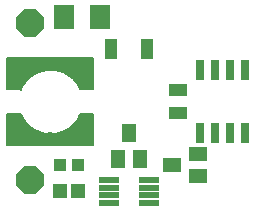
<source format=gts>
G75*
%MOIN*%
%OFA0B0*%
%FSLAX25Y25*%
%IPPOS*%
%LPD*%
%AMOC8*
5,1,8,0,0,1.08239X$1,22.5*
%
%ADD10R,0.05918X0.04343*%
%ADD11R,0.02965X0.06706*%
%ADD12R,0.04737X0.06312*%
%ADD13R,0.05800X0.05800*%
%ADD14C,0.00500*%
%ADD15C,0.00160*%
%ADD16R,0.07099X0.08280*%
%ADD17R,0.04343X0.07099*%
%ADD18R,0.07099X0.01981*%
%ADD19R,0.04540X0.04540*%
%ADD20R,0.03950X0.03950*%
%ADD21R,0.06312X0.04737*%
%ADD22OC8,0.09400*%
D10*
X0062850Y0044110D03*
X0062850Y0051590D03*
D11*
X0070350Y0058480D03*
X0075350Y0058480D03*
X0080350Y0058480D03*
X0085350Y0058480D03*
X0085350Y0037220D03*
X0080350Y0037220D03*
X0075350Y0037220D03*
X0070350Y0037220D03*
D12*
X0050340Y0028519D03*
X0042860Y0028519D03*
X0046600Y0037181D03*
D13*
X0008539Y0036039D03*
X0008539Y0059661D03*
D14*
X0005980Y0059680D02*
X0034720Y0059680D01*
X0034720Y0059182D02*
X0005980Y0059182D01*
X0005980Y0058683D02*
X0018277Y0058683D01*
X0017721Y0058680D02*
X0016418Y0058454D01*
X0015169Y0058018D01*
X0014009Y0057383D01*
X0012969Y0056566D01*
X0012077Y0055589D01*
X0011357Y0054479D01*
X0010829Y0053267D01*
X0010507Y0051984D01*
X0005980Y0051984D01*
X0005980Y0062220D01*
X0034720Y0062220D01*
X0034720Y0051984D01*
X0030193Y0051984D01*
X0029830Y0053241D01*
X0029276Y0054426D01*
X0028542Y0055510D01*
X0027649Y0056466D01*
X0026617Y0057270D01*
X0025471Y0057903D01*
X0024241Y0058349D01*
X0022956Y0058597D01*
X0021649Y0058641D01*
X0020350Y0058480D01*
X0019044Y0058688D01*
X0017721Y0058680D01*
X0019076Y0058683D02*
X0034720Y0058683D01*
X0034720Y0058185D02*
X0024695Y0058185D01*
X0025864Y0057686D02*
X0034720Y0057686D01*
X0034720Y0057188D02*
X0026723Y0057188D01*
X0027362Y0056689D02*
X0034720Y0056689D01*
X0034720Y0056191D02*
X0027906Y0056191D01*
X0028372Y0055692D02*
X0034720Y0055692D01*
X0034720Y0055194D02*
X0028757Y0055194D01*
X0029094Y0054695D02*
X0034720Y0054695D01*
X0034720Y0054197D02*
X0029383Y0054197D01*
X0029616Y0053698D02*
X0034720Y0053698D01*
X0034720Y0053200D02*
X0029842Y0053200D01*
X0029986Y0052701D02*
X0034720Y0052701D01*
X0034720Y0052203D02*
X0030129Y0052203D01*
X0034720Y0060179D02*
X0005980Y0060179D01*
X0005980Y0060677D02*
X0034720Y0060677D01*
X0034720Y0061176D02*
X0005980Y0061176D01*
X0005980Y0061674D02*
X0034720Y0061674D01*
X0034720Y0062173D02*
X0005980Y0062173D01*
X0005980Y0058185D02*
X0015647Y0058185D01*
X0014564Y0057686D02*
X0005980Y0057686D01*
X0005980Y0057188D02*
X0013761Y0057188D01*
X0013127Y0056689D02*
X0005980Y0056689D01*
X0005980Y0056191D02*
X0012627Y0056191D01*
X0012171Y0055692D02*
X0005980Y0055692D01*
X0005980Y0055194D02*
X0011821Y0055194D01*
X0011497Y0054695D02*
X0005980Y0054695D01*
X0005980Y0054197D02*
X0011234Y0054197D01*
X0011017Y0053698D02*
X0005980Y0053698D01*
X0005980Y0053200D02*
X0010813Y0053200D01*
X0010687Y0052701D02*
X0005980Y0052701D01*
X0005980Y0052203D02*
X0010562Y0052203D01*
X0010507Y0043716D02*
X0005980Y0043716D01*
X0005980Y0033480D01*
X0034720Y0033480D01*
X0034720Y0043716D01*
X0030193Y0043716D01*
X0029871Y0042433D01*
X0029343Y0041221D01*
X0028623Y0040111D01*
X0027731Y0039134D01*
X0026691Y0038317D01*
X0025531Y0037682D01*
X0024282Y0037246D01*
X0022979Y0037020D01*
X0021656Y0037012D01*
X0020350Y0037220D01*
X0019051Y0037059D01*
X0017744Y0037103D01*
X0016459Y0037351D01*
X0015229Y0037797D01*
X0014083Y0038430D01*
X0013051Y0039234D01*
X0012158Y0040190D01*
X0011424Y0041274D01*
X0010870Y0042459D01*
X0010507Y0043716D01*
X0010648Y0043229D02*
X0005980Y0043229D01*
X0005980Y0042731D02*
X0010791Y0042731D01*
X0010976Y0042232D02*
X0005980Y0042232D01*
X0005980Y0041734D02*
X0011209Y0041734D01*
X0011450Y0041235D02*
X0005980Y0041235D01*
X0005980Y0040737D02*
X0011787Y0040737D01*
X0012125Y0040238D02*
X0005980Y0040238D01*
X0005980Y0039740D02*
X0012578Y0039740D01*
X0013044Y0039241D02*
X0005980Y0039241D01*
X0005980Y0038743D02*
X0013681Y0038743D01*
X0014419Y0038244D02*
X0005980Y0038244D01*
X0005980Y0037746D02*
X0015369Y0037746D01*
X0016995Y0037247D02*
X0005980Y0037247D01*
X0005980Y0036749D02*
X0034720Y0036749D01*
X0034720Y0037247D02*
X0024286Y0037247D01*
X0025647Y0037746D02*
X0034720Y0037746D01*
X0034720Y0038244D02*
X0026557Y0038244D01*
X0027232Y0038743D02*
X0034720Y0038743D01*
X0034720Y0039241D02*
X0027828Y0039241D01*
X0028284Y0039740D02*
X0034720Y0039740D01*
X0034720Y0040238D02*
X0028706Y0040238D01*
X0029029Y0040737D02*
X0034720Y0040737D01*
X0034720Y0041235D02*
X0029349Y0041235D01*
X0029566Y0041734D02*
X0034720Y0041734D01*
X0034720Y0042232D02*
X0029783Y0042232D01*
X0029945Y0042731D02*
X0034720Y0042731D01*
X0034720Y0043229D02*
X0030070Y0043229D01*
X0034720Y0036250D02*
X0005980Y0036250D01*
X0005980Y0035752D02*
X0034720Y0035752D01*
X0034720Y0035253D02*
X0005980Y0035253D01*
X0005980Y0034755D02*
X0034720Y0034755D01*
X0034720Y0034256D02*
X0005980Y0034256D01*
X0005980Y0033758D02*
X0034720Y0033758D01*
D15*
X0031454Y0052493D02*
X0030127Y0051935D01*
X0030022Y0052173D01*
X0029910Y0052408D01*
X0029794Y0052640D01*
X0029671Y0052869D01*
X0029543Y0053095D01*
X0029409Y0053318D01*
X0029270Y0053538D01*
X0029126Y0053754D01*
X0028976Y0053967D01*
X0028822Y0054176D01*
X0028662Y0054381D01*
X0028497Y0054582D01*
X0028328Y0054779D01*
X0028154Y0054972D01*
X0027975Y0055160D01*
X0027791Y0055344D01*
X0027603Y0055524D01*
X0027411Y0055699D01*
X0027214Y0055869D01*
X0027014Y0056034D01*
X0026809Y0056195D01*
X0026601Y0056350D01*
X0026389Y0056500D01*
X0026173Y0056646D01*
X0025954Y0056785D01*
X0025732Y0056920D01*
X0025506Y0057048D01*
X0025277Y0057172D01*
X0025045Y0057290D01*
X0024811Y0057402D01*
X0024574Y0057508D01*
X0024334Y0057608D01*
X0024092Y0057703D01*
X0023847Y0057792D01*
X0023601Y0057874D01*
X0023353Y0057951D01*
X0023102Y0058021D01*
X0022851Y0058086D01*
X0022597Y0058144D01*
X0022343Y0058196D01*
X0022087Y0058242D01*
X0021830Y0058282D01*
X0021572Y0058315D01*
X0021313Y0058342D01*
X0021054Y0058363D01*
X0020795Y0058377D01*
X0020535Y0058385D01*
X0020275Y0058387D01*
X0020015Y0058382D01*
X0019756Y0058371D01*
X0019496Y0058354D01*
X0019237Y0058330D01*
X0018979Y0058300D01*
X0018722Y0058264D01*
X0018465Y0058222D01*
X0018210Y0058173D01*
X0017956Y0058118D01*
X0017703Y0058057D01*
X0017452Y0057990D01*
X0017203Y0057916D01*
X0016955Y0057837D01*
X0016710Y0057751D01*
X0016467Y0057660D01*
X0016225Y0057563D01*
X0015987Y0057460D01*
X0015751Y0057351D01*
X0015518Y0057236D01*
X0015287Y0057116D01*
X0015060Y0056990D01*
X0014836Y0056858D01*
X0014615Y0056722D01*
X0014397Y0056579D01*
X0014183Y0056432D01*
X0013973Y0056279D01*
X0013766Y0056122D01*
X0013563Y0055959D01*
X0013365Y0055791D01*
X0013170Y0055619D01*
X0012980Y0055442D01*
X0012794Y0055260D01*
X0012612Y0055074D01*
X0012436Y0054883D01*
X0012263Y0054689D01*
X0012096Y0054490D01*
X0011934Y0054287D01*
X0011776Y0054080D01*
X0011624Y0053869D01*
X0011477Y0053655D01*
X0011335Y0053437D01*
X0011199Y0053216D01*
X0011067Y0052992D01*
X0010942Y0052764D01*
X0010822Y0052533D01*
X0010708Y0052300D01*
X0010599Y0052064D01*
X0010496Y0051825D01*
X0009163Y0052368D01*
X0009279Y0052640D01*
X0009402Y0052908D01*
X0009532Y0053173D01*
X0009668Y0053435D01*
X0009810Y0053694D01*
X0009959Y0053949D01*
X0010114Y0054201D01*
X0010275Y0054448D01*
X0010442Y0054692D01*
X0010615Y0054931D01*
X0010793Y0055166D01*
X0010978Y0055397D01*
X0011168Y0055623D01*
X0011363Y0055844D01*
X0011564Y0056061D01*
X0011770Y0056272D01*
X0011981Y0056479D01*
X0012197Y0056680D01*
X0012418Y0056876D01*
X0012643Y0057067D01*
X0012873Y0057252D01*
X0013108Y0057431D01*
X0013347Y0057604D01*
X0013590Y0057772D01*
X0013837Y0057934D01*
X0014088Y0058089D01*
X0014343Y0058239D01*
X0014601Y0058382D01*
X0014863Y0058519D01*
X0015128Y0058649D01*
X0015396Y0058773D01*
X0015667Y0058890D01*
X0015941Y0059001D01*
X0016217Y0059105D01*
X0016496Y0059202D01*
X0016777Y0059292D01*
X0017060Y0059375D01*
X0017345Y0059452D01*
X0017632Y0059521D01*
X0017921Y0059584D01*
X0018211Y0059639D01*
X0018502Y0059687D01*
X0018795Y0059729D01*
X0019088Y0059763D01*
X0019382Y0059789D01*
X0019677Y0059809D01*
X0019972Y0059822D01*
X0020267Y0059827D01*
X0020562Y0059825D01*
X0020857Y0059816D01*
X0021152Y0059799D01*
X0021447Y0059776D01*
X0021740Y0059745D01*
X0022033Y0059707D01*
X0022325Y0059662D01*
X0022616Y0059610D01*
X0022905Y0059551D01*
X0023193Y0059485D01*
X0023479Y0059411D01*
X0023763Y0059331D01*
X0024045Y0059244D01*
X0024325Y0059150D01*
X0024602Y0059049D01*
X0024877Y0058942D01*
X0025150Y0058828D01*
X0025419Y0058707D01*
X0025686Y0058579D01*
X0025949Y0058446D01*
X0026209Y0058305D01*
X0026465Y0058159D01*
X0026718Y0058006D01*
X0026967Y0057847D01*
X0027212Y0057682D01*
X0027452Y0057512D01*
X0027689Y0057335D01*
X0027921Y0057153D01*
X0028149Y0056965D01*
X0028372Y0056771D01*
X0028590Y0056572D01*
X0028804Y0056368D01*
X0029012Y0056159D01*
X0029215Y0055945D01*
X0029413Y0055725D01*
X0029605Y0055501D01*
X0029792Y0055273D01*
X0029974Y0055040D01*
X0030149Y0054802D01*
X0030319Y0054561D01*
X0030483Y0054315D01*
X0030640Y0054065D01*
X0030792Y0053812D01*
X0030937Y0053555D01*
X0031076Y0053294D01*
X0031209Y0053031D01*
X0031335Y0052764D01*
X0031455Y0052494D01*
X0031315Y0052435D01*
X0031197Y0052702D01*
X0031073Y0052965D01*
X0030942Y0053226D01*
X0030804Y0053483D01*
X0030661Y0053737D01*
X0030511Y0053987D01*
X0030356Y0054234D01*
X0030194Y0054476D01*
X0030026Y0054715D01*
X0029853Y0054949D01*
X0029674Y0055179D01*
X0029489Y0055405D01*
X0029299Y0055626D01*
X0029104Y0055843D01*
X0028903Y0056054D01*
X0028698Y0056261D01*
X0028487Y0056462D01*
X0028271Y0056659D01*
X0028051Y0056850D01*
X0027826Y0057035D01*
X0027597Y0057215D01*
X0027363Y0057390D01*
X0027125Y0057558D01*
X0026883Y0057721D01*
X0026638Y0057878D01*
X0026388Y0058029D01*
X0026135Y0058174D01*
X0025878Y0058312D01*
X0025618Y0058444D01*
X0025355Y0058570D01*
X0025089Y0058689D01*
X0024820Y0058802D01*
X0024549Y0058908D01*
X0024275Y0059008D01*
X0023998Y0059100D01*
X0023720Y0059186D01*
X0023439Y0059266D01*
X0023157Y0059338D01*
X0022873Y0059403D01*
X0022587Y0059462D01*
X0022300Y0059513D01*
X0022012Y0059558D01*
X0021723Y0059595D01*
X0021433Y0059625D01*
X0021142Y0059649D01*
X0020851Y0059665D01*
X0020559Y0059674D01*
X0020268Y0059676D01*
X0019976Y0059671D01*
X0019685Y0059658D01*
X0019394Y0059639D01*
X0019104Y0059612D01*
X0018814Y0059579D01*
X0018525Y0059538D01*
X0018238Y0059490D01*
X0017951Y0059436D01*
X0017666Y0059374D01*
X0017383Y0059306D01*
X0017101Y0059230D01*
X0016822Y0059148D01*
X0016544Y0059059D01*
X0016269Y0058963D01*
X0015996Y0058860D01*
X0015725Y0058751D01*
X0015458Y0058635D01*
X0015193Y0058513D01*
X0014932Y0058384D01*
X0014673Y0058249D01*
X0014418Y0058108D01*
X0014167Y0057960D01*
X0013919Y0057807D01*
X0013675Y0057647D01*
X0013435Y0057482D01*
X0013199Y0057310D01*
X0012967Y0057133D01*
X0012740Y0056951D01*
X0012517Y0056762D01*
X0012299Y0056569D01*
X0012086Y0056370D01*
X0011877Y0056166D01*
X0011674Y0055957D01*
X0011476Y0055744D01*
X0011283Y0055525D01*
X0011095Y0055302D01*
X0010913Y0055074D01*
X0010737Y0054842D01*
X0010566Y0054605D01*
X0010401Y0054365D01*
X0010242Y0054121D01*
X0010089Y0053872D01*
X0009942Y0053620D01*
X0009802Y0053365D01*
X0009667Y0053106D01*
X0009539Y0052844D01*
X0009418Y0052579D01*
X0009302Y0052311D01*
X0009442Y0052254D01*
X0009556Y0052519D01*
X0009676Y0052781D01*
X0009802Y0053039D01*
X0009935Y0053295D01*
X0010074Y0053547D01*
X0010219Y0053795D01*
X0010370Y0054040D01*
X0010527Y0054282D01*
X0010690Y0054519D01*
X0010858Y0054753D01*
X0011033Y0054982D01*
X0011212Y0055207D01*
X0011398Y0055427D01*
X0011588Y0055643D01*
X0011784Y0055854D01*
X0011985Y0056060D01*
X0012190Y0056261D01*
X0012401Y0056458D01*
X0012616Y0056649D01*
X0012836Y0056834D01*
X0013061Y0057015D01*
X0013289Y0057189D01*
X0013522Y0057359D01*
X0013759Y0057522D01*
X0014000Y0057680D01*
X0014245Y0057831D01*
X0014493Y0057977D01*
X0014745Y0058116D01*
X0015000Y0058250D01*
X0015258Y0058377D01*
X0015520Y0058497D01*
X0015784Y0058612D01*
X0016051Y0058719D01*
X0016320Y0058821D01*
X0016592Y0058915D01*
X0016866Y0059003D01*
X0017142Y0059085D01*
X0017421Y0059159D01*
X0017700Y0059227D01*
X0017982Y0059288D01*
X0018264Y0059342D01*
X0018548Y0059389D01*
X0018833Y0059429D01*
X0019119Y0059462D01*
X0019406Y0059488D01*
X0019693Y0059508D01*
X0019981Y0059520D01*
X0020269Y0059525D01*
X0020557Y0059523D01*
X0020844Y0059514D01*
X0021132Y0059498D01*
X0021419Y0059475D01*
X0021705Y0059445D01*
X0021990Y0059408D01*
X0022275Y0059364D01*
X0022558Y0059314D01*
X0022840Y0059256D01*
X0023121Y0059191D01*
X0023400Y0059120D01*
X0023677Y0059042D01*
X0023952Y0058957D01*
X0024225Y0058865D01*
X0024495Y0058767D01*
X0024763Y0058662D01*
X0025029Y0058551D01*
X0025292Y0058433D01*
X0025551Y0058309D01*
X0025808Y0058178D01*
X0026061Y0058042D01*
X0026311Y0057899D01*
X0026558Y0057750D01*
X0026800Y0057595D01*
X0027039Y0057435D01*
X0027274Y0057268D01*
X0027505Y0057096D01*
X0027731Y0056918D01*
X0027953Y0056735D01*
X0028171Y0056546D01*
X0028383Y0056352D01*
X0028591Y0056153D01*
X0028794Y0055949D01*
X0028993Y0055741D01*
X0029185Y0055527D01*
X0029373Y0055309D01*
X0029555Y0055086D01*
X0029732Y0054859D01*
X0029903Y0054627D01*
X0030069Y0054392D01*
X0030228Y0054152D01*
X0030382Y0053909D01*
X0030530Y0053662D01*
X0030672Y0053411D01*
X0030807Y0053157D01*
X0030937Y0052900D01*
X0031060Y0052640D01*
X0031176Y0052377D01*
X0031037Y0052318D01*
X0030922Y0052578D01*
X0030800Y0052835D01*
X0030673Y0053089D01*
X0030539Y0053339D01*
X0030399Y0053587D01*
X0030253Y0053830D01*
X0030101Y0054071D01*
X0029944Y0054307D01*
X0029780Y0054540D01*
X0029611Y0054768D01*
X0029437Y0054992D01*
X0029257Y0055212D01*
X0029072Y0055428D01*
X0028881Y0055639D01*
X0028686Y0055845D01*
X0028485Y0056046D01*
X0028280Y0056242D01*
X0028070Y0056434D01*
X0027855Y0056620D01*
X0027636Y0056801D01*
X0027412Y0056976D01*
X0027185Y0057146D01*
X0026953Y0057311D01*
X0026717Y0057469D01*
X0026477Y0057622D01*
X0026234Y0057769D01*
X0025988Y0057910D01*
X0025737Y0058045D01*
X0025484Y0058174D01*
X0025228Y0058296D01*
X0024968Y0058412D01*
X0024706Y0058522D01*
X0024442Y0058626D01*
X0024175Y0058723D01*
X0023905Y0058813D01*
X0023634Y0058897D01*
X0023360Y0058974D01*
X0023085Y0059045D01*
X0022808Y0059108D01*
X0022530Y0059165D01*
X0022250Y0059215D01*
X0021969Y0059259D01*
X0021687Y0059295D01*
X0021405Y0059325D01*
X0021121Y0059347D01*
X0020838Y0059363D01*
X0020554Y0059372D01*
X0020270Y0059374D01*
X0019985Y0059369D01*
X0019702Y0059357D01*
X0019418Y0059338D01*
X0019135Y0059312D01*
X0018853Y0059279D01*
X0018571Y0059240D01*
X0018291Y0059193D01*
X0018012Y0059140D01*
X0017734Y0059080D01*
X0017458Y0059013D01*
X0017184Y0058939D01*
X0016911Y0058859D01*
X0016640Y0058772D01*
X0016372Y0058679D01*
X0016106Y0058579D01*
X0015843Y0058472D01*
X0015582Y0058360D01*
X0015324Y0058241D01*
X0015069Y0058115D01*
X0014817Y0057984D01*
X0014568Y0057846D01*
X0014323Y0057702D01*
X0014082Y0057552D01*
X0013844Y0057397D01*
X0013610Y0057236D01*
X0013380Y0057069D01*
X0013154Y0056896D01*
X0012933Y0056718D01*
X0012716Y0056535D01*
X0012503Y0056346D01*
X0012295Y0056153D01*
X0012092Y0055954D01*
X0011894Y0055750D01*
X0011700Y0055542D01*
X0011512Y0055329D01*
X0011330Y0055111D01*
X0011152Y0054890D01*
X0010980Y0054663D01*
X0010814Y0054433D01*
X0010653Y0054199D01*
X0010498Y0053960D01*
X0010349Y0053719D01*
X0010206Y0053473D01*
X0010069Y0053224D01*
X0009938Y0052972D01*
X0009813Y0052717D01*
X0009694Y0052459D01*
X0009582Y0052197D01*
X0009722Y0052140D01*
X0009833Y0052398D01*
X0009950Y0052653D01*
X0010073Y0052905D01*
X0010202Y0053154D01*
X0010338Y0053399D01*
X0010479Y0053642D01*
X0010626Y0053880D01*
X0010779Y0054115D01*
X0010938Y0054347D01*
X0011102Y0054574D01*
X0011272Y0054797D01*
X0011447Y0055016D01*
X0011627Y0055231D01*
X0011813Y0055441D01*
X0012004Y0055647D01*
X0012199Y0055848D01*
X0012400Y0056044D01*
X0012605Y0056235D01*
X0012815Y0056421D01*
X0013029Y0056602D01*
X0013248Y0056778D01*
X0013471Y0056948D01*
X0013698Y0057113D01*
X0013929Y0057272D01*
X0014163Y0057425D01*
X0014402Y0057573D01*
X0014644Y0057715D01*
X0014889Y0057851D01*
X0015138Y0057981D01*
X0015389Y0058104D01*
X0015644Y0058222D01*
X0015901Y0058333D01*
X0016161Y0058438D01*
X0016424Y0058537D01*
X0016689Y0058629D01*
X0016956Y0058715D01*
X0017225Y0058794D01*
X0017496Y0058867D01*
X0017768Y0058933D01*
X0018042Y0058992D01*
X0018318Y0059045D01*
X0018594Y0059090D01*
X0018872Y0059130D01*
X0019151Y0059162D01*
X0019430Y0059187D01*
X0019710Y0059206D01*
X0019990Y0059218D01*
X0020270Y0059223D01*
X0020551Y0059221D01*
X0020831Y0059212D01*
X0021111Y0059197D01*
X0021391Y0059174D01*
X0021670Y0059145D01*
X0021948Y0059109D01*
X0022225Y0059067D01*
X0022501Y0059017D01*
X0022776Y0058961D01*
X0023049Y0058898D01*
X0023321Y0058828D01*
X0023591Y0058752D01*
X0023859Y0058669D01*
X0024125Y0058580D01*
X0024388Y0058485D01*
X0024649Y0058382D01*
X0024908Y0058274D01*
X0025164Y0058159D01*
X0025417Y0058038D01*
X0025667Y0057911D01*
X0025914Y0057778D01*
X0026157Y0057639D01*
X0026397Y0057494D01*
X0026634Y0057343D01*
X0026867Y0057187D01*
X0027095Y0057024D01*
X0027320Y0056857D01*
X0027541Y0056684D01*
X0027757Y0056505D01*
X0027969Y0056321D01*
X0028176Y0056133D01*
X0028379Y0055939D01*
X0028577Y0055740D01*
X0028770Y0055537D01*
X0028958Y0055328D01*
X0029141Y0055116D01*
X0029318Y0054899D01*
X0029491Y0054677D01*
X0029657Y0054452D01*
X0029819Y0054222D01*
X0029974Y0053989D01*
X0030124Y0053752D01*
X0030268Y0053511D01*
X0030406Y0053267D01*
X0030538Y0053020D01*
X0030664Y0052769D01*
X0030784Y0052516D01*
X0030898Y0052259D01*
X0030759Y0052201D01*
X0030646Y0052454D01*
X0030528Y0052704D01*
X0030404Y0052951D01*
X0030273Y0053195D01*
X0030137Y0053436D01*
X0029995Y0053674D01*
X0029847Y0053908D01*
X0029693Y0054138D01*
X0029534Y0054364D01*
X0029370Y0054587D01*
X0029200Y0054805D01*
X0029024Y0055019D01*
X0028844Y0055229D01*
X0028659Y0055435D01*
X0028468Y0055635D01*
X0028273Y0055831D01*
X0028073Y0056023D01*
X0027868Y0056209D01*
X0027659Y0056390D01*
X0027446Y0056566D01*
X0027228Y0056737D01*
X0027006Y0056903D01*
X0026780Y0057063D01*
X0026551Y0057217D01*
X0026317Y0057366D01*
X0026080Y0057509D01*
X0025840Y0057646D01*
X0025597Y0057778D01*
X0025350Y0057903D01*
X0025100Y0058022D01*
X0024848Y0058136D01*
X0024592Y0058243D01*
X0024335Y0058343D01*
X0024075Y0058438D01*
X0023812Y0058526D01*
X0023548Y0058607D01*
X0023281Y0058683D01*
X0023013Y0058751D01*
X0022744Y0058813D01*
X0022472Y0058869D01*
X0022200Y0058918D01*
X0021927Y0058960D01*
X0021652Y0058995D01*
X0021377Y0059024D01*
X0021101Y0059046D01*
X0020825Y0059061D01*
X0020548Y0059070D01*
X0020271Y0059072D01*
X0019995Y0059067D01*
X0019718Y0059055D01*
X0019442Y0059037D01*
X0019166Y0059012D01*
X0018891Y0058980D01*
X0018617Y0058941D01*
X0018344Y0058896D01*
X0018073Y0058844D01*
X0017802Y0058786D01*
X0017533Y0058720D01*
X0017266Y0058649D01*
X0017000Y0058571D01*
X0016737Y0058486D01*
X0016475Y0058395D01*
X0016216Y0058298D01*
X0015960Y0058194D01*
X0015706Y0058084D01*
X0015455Y0057968D01*
X0015206Y0057846D01*
X0014961Y0057718D01*
X0014719Y0057584D01*
X0014480Y0057444D01*
X0014245Y0057298D01*
X0014013Y0057147D01*
X0013785Y0056990D01*
X0013561Y0056827D01*
X0013341Y0056659D01*
X0013126Y0056486D01*
X0012914Y0056307D01*
X0012707Y0056124D01*
X0012505Y0055935D01*
X0012307Y0055742D01*
X0012114Y0055543D01*
X0011925Y0055341D01*
X0011742Y0055133D01*
X0011564Y0054921D01*
X0011391Y0054705D01*
X0011224Y0054485D01*
X0011062Y0054260D01*
X0010905Y0054032D01*
X0010754Y0053800D01*
X0010609Y0053565D01*
X0010469Y0053326D01*
X0010336Y0053083D01*
X0010208Y0052838D01*
X0010087Y0052589D01*
X0009971Y0052338D01*
X0009862Y0052084D01*
X0010002Y0052027D01*
X0010110Y0052277D01*
X0010224Y0052525D01*
X0010344Y0052771D01*
X0010469Y0053013D01*
X0010601Y0053252D01*
X0010739Y0053488D01*
X0010882Y0053720D01*
X0011031Y0053949D01*
X0011186Y0054174D01*
X0011346Y0054396D01*
X0011511Y0054613D01*
X0011681Y0054826D01*
X0011857Y0055035D01*
X0012038Y0055240D01*
X0012224Y0055440D01*
X0012414Y0055636D01*
X0012609Y0055826D01*
X0012809Y0056012D01*
X0013013Y0056194D01*
X0013222Y0056370D01*
X0013435Y0056541D01*
X0013652Y0056706D01*
X0013873Y0056867D01*
X0014098Y0057022D01*
X0014326Y0057171D01*
X0014558Y0057315D01*
X0014794Y0057453D01*
X0015033Y0057585D01*
X0015275Y0057712D01*
X0015520Y0057832D01*
X0015768Y0057947D01*
X0016018Y0058055D01*
X0016272Y0058157D01*
X0016527Y0058253D01*
X0016785Y0058343D01*
X0017045Y0058426D01*
X0017307Y0058504D01*
X0017571Y0058574D01*
X0017836Y0058638D01*
X0018103Y0058696D01*
X0018371Y0058747D01*
X0018640Y0058792D01*
X0018911Y0058830D01*
X0019182Y0058861D01*
X0019454Y0058886D01*
X0019726Y0058904D01*
X0019999Y0058916D01*
X0020272Y0058921D01*
X0020545Y0058919D01*
X0020818Y0058911D01*
X0021091Y0058895D01*
X0021363Y0058874D01*
X0021634Y0058845D01*
X0021905Y0058810D01*
X0022175Y0058769D01*
X0022444Y0058721D01*
X0022711Y0058666D01*
X0022977Y0058605D01*
X0023242Y0058537D01*
X0023505Y0058463D01*
X0023766Y0058382D01*
X0024024Y0058295D01*
X0024281Y0058202D01*
X0024535Y0058103D01*
X0024787Y0057997D01*
X0025036Y0057886D01*
X0025283Y0057768D01*
X0025526Y0057644D01*
X0025766Y0057515D01*
X0026004Y0057379D01*
X0026237Y0057238D01*
X0026467Y0057091D01*
X0026694Y0056939D01*
X0026917Y0056781D01*
X0027136Y0056618D01*
X0027350Y0056449D01*
X0027561Y0056275D01*
X0027767Y0056097D01*
X0027969Y0055913D01*
X0028167Y0055724D01*
X0028359Y0055531D01*
X0028547Y0055332D01*
X0028730Y0055130D01*
X0028908Y0054923D01*
X0029081Y0054712D01*
X0029249Y0054496D01*
X0029411Y0054277D01*
X0029568Y0054053D01*
X0029720Y0053826D01*
X0029866Y0053595D01*
X0030006Y0053361D01*
X0030141Y0053123D01*
X0030269Y0052883D01*
X0030392Y0052639D01*
X0030509Y0052392D01*
X0030619Y0052142D01*
X0030480Y0052084D01*
X0030371Y0052330D01*
X0030256Y0052573D01*
X0030135Y0052814D01*
X0030008Y0053052D01*
X0029875Y0053286D01*
X0029737Y0053517D01*
X0029593Y0053745D01*
X0029443Y0053969D01*
X0029288Y0054189D01*
X0029128Y0054406D01*
X0028963Y0054618D01*
X0028792Y0054826D01*
X0028616Y0055031D01*
X0028436Y0055230D01*
X0028251Y0055426D01*
X0028060Y0055617D01*
X0027866Y0055803D01*
X0027667Y0055984D01*
X0027463Y0056160D01*
X0027255Y0056332D01*
X0027043Y0056498D01*
X0026827Y0056659D01*
X0026608Y0056815D01*
X0026384Y0056965D01*
X0026157Y0057110D01*
X0025927Y0057249D01*
X0025693Y0057383D01*
X0025456Y0057511D01*
X0025216Y0057633D01*
X0024973Y0057749D01*
X0024727Y0057859D01*
X0024478Y0057963D01*
X0024228Y0058061D01*
X0023974Y0058153D01*
X0023719Y0058239D01*
X0023462Y0058318D01*
X0023202Y0058391D01*
X0022942Y0058458D01*
X0022679Y0058518D01*
X0022415Y0058572D01*
X0022150Y0058620D01*
X0021884Y0058661D01*
X0021617Y0058695D01*
X0021349Y0058723D01*
X0021080Y0058745D01*
X0020812Y0058760D01*
X0020542Y0058768D01*
X0020273Y0058770D01*
X0020004Y0058765D01*
X0019735Y0058754D01*
X0019466Y0058736D01*
X0019198Y0058711D01*
X0018930Y0058680D01*
X0018663Y0058643D01*
X0018398Y0058599D01*
X0018133Y0058548D01*
X0017870Y0058491D01*
X0017608Y0058428D01*
X0017348Y0058358D01*
X0017090Y0058282D01*
X0016833Y0058200D01*
X0016579Y0058111D01*
X0016327Y0058017D01*
X0016077Y0057916D01*
X0015830Y0057809D01*
X0015585Y0057696D01*
X0015343Y0057577D01*
X0015105Y0057452D01*
X0014869Y0057322D01*
X0014637Y0057186D01*
X0014408Y0057044D01*
X0014182Y0056897D01*
X0013961Y0056744D01*
X0013743Y0056586D01*
X0013529Y0056422D01*
X0013319Y0056254D01*
X0013113Y0056080D01*
X0012911Y0055901D01*
X0012714Y0055718D01*
X0012521Y0055529D01*
X0012334Y0055336D01*
X0012150Y0055139D01*
X0011972Y0054937D01*
X0011799Y0054731D01*
X0011630Y0054521D01*
X0011467Y0054306D01*
X0011310Y0054088D01*
X0011157Y0053866D01*
X0011010Y0053640D01*
X0010869Y0053411D01*
X0010733Y0053178D01*
X0010603Y0052943D01*
X0010479Y0052704D01*
X0010360Y0052462D01*
X0010248Y0052217D01*
X0010141Y0051970D01*
X0010281Y0051913D01*
X0010386Y0052157D01*
X0010497Y0052398D01*
X0010614Y0052636D01*
X0010737Y0052872D01*
X0010865Y0053105D01*
X0010999Y0053334D01*
X0011138Y0053560D01*
X0011283Y0053783D01*
X0011434Y0054002D01*
X0011589Y0054217D01*
X0011750Y0054428D01*
X0011916Y0054636D01*
X0012087Y0054839D01*
X0012263Y0055038D01*
X0012443Y0055233D01*
X0012629Y0055423D01*
X0012819Y0055609D01*
X0013013Y0055790D01*
X0013212Y0055966D01*
X0013415Y0056137D01*
X0013622Y0056304D01*
X0013833Y0056465D01*
X0014048Y0056621D01*
X0014267Y0056772D01*
X0014489Y0056917D01*
X0014715Y0057057D01*
X0014944Y0057191D01*
X0015177Y0057320D01*
X0015412Y0057443D01*
X0015651Y0057560D01*
X0015892Y0057671D01*
X0016135Y0057777D01*
X0016382Y0057876D01*
X0016630Y0057969D01*
X0016881Y0058057D01*
X0017134Y0058138D01*
X0017389Y0058213D01*
X0017646Y0058282D01*
X0017904Y0058344D01*
X0018163Y0058400D01*
X0018424Y0058450D01*
X0018686Y0058493D01*
X0018949Y0058530D01*
X0019213Y0058561D01*
X0019478Y0058585D01*
X0019743Y0058603D01*
X0020008Y0058614D01*
X0020274Y0058619D01*
X0020539Y0058617D01*
X0020805Y0058609D01*
X0021070Y0058594D01*
X0021335Y0058573D01*
X0021599Y0058545D01*
X0021863Y0058511D01*
X0022125Y0058471D01*
X0022387Y0058424D01*
X0022647Y0058371D01*
X0022906Y0058311D01*
X0023163Y0058245D01*
X0023419Y0058173D01*
X0023672Y0058095D01*
X0023924Y0058010D01*
X0024174Y0057920D01*
X0024421Y0057823D01*
X0024666Y0057720D01*
X0024909Y0057612D01*
X0025148Y0057497D01*
X0025385Y0057377D01*
X0025619Y0057251D01*
X0025850Y0057119D01*
X0026077Y0056982D01*
X0026301Y0056839D01*
X0026521Y0056691D01*
X0026738Y0056537D01*
X0026951Y0056379D01*
X0027160Y0056215D01*
X0027365Y0056046D01*
X0027566Y0055872D01*
X0027762Y0055693D01*
X0027954Y0055509D01*
X0028142Y0055321D01*
X0028325Y0055128D01*
X0028503Y0054931D01*
X0028676Y0054730D01*
X0028844Y0054524D01*
X0029007Y0054315D01*
X0029165Y0054101D01*
X0029318Y0053884D01*
X0029466Y0053663D01*
X0029608Y0053439D01*
X0029744Y0053211D01*
X0029875Y0052980D01*
X0030000Y0052745D01*
X0030120Y0052508D01*
X0030233Y0052268D01*
X0030341Y0052025D01*
X0030202Y0051967D01*
X0030096Y0052206D01*
X0029984Y0052443D01*
X0029866Y0052677D01*
X0029742Y0052908D01*
X0029613Y0053136D01*
X0029479Y0053360D01*
X0029338Y0053582D01*
X0029193Y0053800D01*
X0029042Y0054014D01*
X0028887Y0054224D01*
X0028726Y0054431D01*
X0028560Y0054634D01*
X0028389Y0054832D01*
X0028213Y0055026D01*
X0028033Y0055216D01*
X0027848Y0055402D01*
X0027659Y0055583D01*
X0027465Y0055759D01*
X0027267Y0055931D01*
X0027065Y0056097D01*
X0026859Y0056259D01*
X0026649Y0056416D01*
X0026435Y0056567D01*
X0026218Y0056713D01*
X0025997Y0056854D01*
X0025773Y0056989D01*
X0025545Y0057119D01*
X0025315Y0057243D01*
X0025081Y0057362D01*
X0024845Y0057475D01*
X0024606Y0057582D01*
X0024364Y0057683D01*
X0024120Y0057779D01*
X0023874Y0057868D01*
X0023626Y0057951D01*
X0023376Y0058029D01*
X0023124Y0058100D01*
X0022870Y0058165D01*
X0022615Y0058223D01*
X0022358Y0058276D01*
X0022100Y0058322D01*
X0021841Y0058362D01*
X0021581Y0058395D01*
X0021321Y0058423D01*
X0021060Y0058444D01*
X0020798Y0058458D01*
X0020537Y0058466D01*
X0020275Y0058468D01*
X0020013Y0058463D01*
X0019751Y0058452D01*
X0019490Y0058435D01*
X0019229Y0058411D01*
X0018969Y0058381D01*
X0018709Y0058344D01*
X0018451Y0058301D01*
X0018194Y0058252D01*
X0017938Y0058197D01*
X0017683Y0058135D01*
X0017430Y0058068D01*
X0017179Y0057994D01*
X0016929Y0057914D01*
X0016682Y0057828D01*
X0016437Y0057735D01*
X0016194Y0057637D01*
X0015954Y0057533D01*
X0015716Y0057424D01*
X0015481Y0057308D01*
X0015249Y0057187D01*
X0015019Y0057060D01*
X0014794Y0056928D01*
X0014571Y0056790D01*
X0014352Y0056646D01*
X0014136Y0056498D01*
X0013924Y0056344D01*
X0013716Y0056185D01*
X0013511Y0056021D01*
X0013311Y0055852D01*
X0013115Y0055679D01*
X0012924Y0055500D01*
X0012736Y0055317D01*
X0012553Y0055129D01*
X0012375Y0054937D01*
X0012202Y0054741D01*
X0012033Y0054541D01*
X0011870Y0054336D01*
X0011711Y0054128D01*
X0011558Y0053916D01*
X0011409Y0053700D01*
X0011266Y0053480D01*
X0011129Y0053257D01*
X0010997Y0053031D01*
X0010870Y0052802D01*
X0010749Y0052569D01*
X0010634Y0052334D01*
X0010525Y0052096D01*
X0010421Y0051856D01*
X0009246Y0043207D02*
X0010573Y0043765D01*
X0010678Y0043527D01*
X0010790Y0043292D01*
X0010906Y0043060D01*
X0011029Y0042831D01*
X0011157Y0042605D01*
X0011291Y0042382D01*
X0011430Y0042162D01*
X0011574Y0041946D01*
X0011724Y0041733D01*
X0011878Y0041524D01*
X0012038Y0041319D01*
X0012203Y0041118D01*
X0012372Y0040921D01*
X0012546Y0040728D01*
X0012725Y0040540D01*
X0012909Y0040356D01*
X0013097Y0040176D01*
X0013289Y0040001D01*
X0013486Y0039831D01*
X0013686Y0039666D01*
X0013891Y0039505D01*
X0014099Y0039350D01*
X0014311Y0039200D01*
X0014527Y0039054D01*
X0014746Y0038915D01*
X0014968Y0038780D01*
X0015194Y0038652D01*
X0015423Y0038528D01*
X0015655Y0038410D01*
X0015889Y0038298D01*
X0016126Y0038192D01*
X0016366Y0038092D01*
X0016608Y0037997D01*
X0016853Y0037908D01*
X0017099Y0037826D01*
X0017347Y0037749D01*
X0017598Y0037679D01*
X0017849Y0037614D01*
X0018103Y0037556D01*
X0018357Y0037504D01*
X0018613Y0037458D01*
X0018870Y0037418D01*
X0019128Y0037385D01*
X0019387Y0037358D01*
X0019646Y0037337D01*
X0019905Y0037323D01*
X0020165Y0037315D01*
X0020425Y0037313D01*
X0020685Y0037318D01*
X0020944Y0037329D01*
X0021204Y0037346D01*
X0021463Y0037370D01*
X0021721Y0037400D01*
X0021978Y0037436D01*
X0022235Y0037478D01*
X0022490Y0037527D01*
X0022744Y0037582D01*
X0022997Y0037643D01*
X0023248Y0037710D01*
X0023497Y0037784D01*
X0023745Y0037863D01*
X0023990Y0037949D01*
X0024233Y0038040D01*
X0024475Y0038137D01*
X0024713Y0038240D01*
X0024949Y0038349D01*
X0025182Y0038464D01*
X0025413Y0038584D01*
X0025640Y0038710D01*
X0025864Y0038842D01*
X0026085Y0038978D01*
X0026303Y0039121D01*
X0026517Y0039268D01*
X0026727Y0039421D01*
X0026934Y0039578D01*
X0027137Y0039741D01*
X0027335Y0039909D01*
X0027530Y0040081D01*
X0027720Y0040258D01*
X0027906Y0040440D01*
X0028088Y0040626D01*
X0028264Y0040817D01*
X0028437Y0041011D01*
X0028604Y0041210D01*
X0028766Y0041413D01*
X0028924Y0041620D01*
X0029076Y0041831D01*
X0029223Y0042045D01*
X0029365Y0042263D01*
X0029501Y0042484D01*
X0029633Y0042708D01*
X0029758Y0042936D01*
X0029878Y0043167D01*
X0029992Y0043400D01*
X0030101Y0043636D01*
X0030204Y0043875D01*
X0031537Y0043332D01*
X0031421Y0043060D01*
X0031298Y0042792D01*
X0031168Y0042527D01*
X0031032Y0042265D01*
X0030890Y0042006D01*
X0030741Y0041751D01*
X0030586Y0041499D01*
X0030425Y0041252D01*
X0030258Y0041008D01*
X0030085Y0040769D01*
X0029907Y0040534D01*
X0029722Y0040303D01*
X0029532Y0040077D01*
X0029337Y0039856D01*
X0029136Y0039639D01*
X0028930Y0039428D01*
X0028719Y0039221D01*
X0028503Y0039020D01*
X0028282Y0038824D01*
X0028057Y0038633D01*
X0027827Y0038448D01*
X0027592Y0038269D01*
X0027353Y0038096D01*
X0027110Y0037928D01*
X0026863Y0037766D01*
X0026612Y0037611D01*
X0026357Y0037461D01*
X0026099Y0037318D01*
X0025837Y0037181D01*
X0025572Y0037051D01*
X0025304Y0036927D01*
X0025033Y0036810D01*
X0024759Y0036699D01*
X0024483Y0036595D01*
X0024204Y0036498D01*
X0023923Y0036408D01*
X0023640Y0036325D01*
X0023355Y0036248D01*
X0023068Y0036179D01*
X0022779Y0036116D01*
X0022489Y0036061D01*
X0022198Y0036013D01*
X0021905Y0035971D01*
X0021612Y0035937D01*
X0021318Y0035911D01*
X0021023Y0035891D01*
X0020728Y0035878D01*
X0020433Y0035873D01*
X0020138Y0035875D01*
X0019843Y0035884D01*
X0019548Y0035901D01*
X0019253Y0035924D01*
X0018960Y0035955D01*
X0018667Y0035993D01*
X0018375Y0036038D01*
X0018084Y0036090D01*
X0017795Y0036149D01*
X0017507Y0036215D01*
X0017221Y0036289D01*
X0016937Y0036369D01*
X0016655Y0036456D01*
X0016375Y0036550D01*
X0016098Y0036651D01*
X0015823Y0036758D01*
X0015550Y0036872D01*
X0015281Y0036993D01*
X0015014Y0037121D01*
X0014751Y0037254D01*
X0014491Y0037395D01*
X0014235Y0037541D01*
X0013982Y0037694D01*
X0013733Y0037853D01*
X0013488Y0038018D01*
X0013248Y0038188D01*
X0013011Y0038365D01*
X0012779Y0038547D01*
X0012551Y0038735D01*
X0012328Y0038929D01*
X0012110Y0039128D01*
X0011896Y0039332D01*
X0011688Y0039541D01*
X0011485Y0039755D01*
X0011287Y0039975D01*
X0011095Y0040199D01*
X0010908Y0040427D01*
X0010726Y0040660D01*
X0010551Y0040898D01*
X0010381Y0041139D01*
X0010217Y0041385D01*
X0010060Y0041635D01*
X0009908Y0041888D01*
X0009763Y0042145D01*
X0009624Y0042406D01*
X0009491Y0042669D01*
X0009365Y0042936D01*
X0009245Y0043206D01*
X0009385Y0043265D01*
X0009503Y0042998D01*
X0009627Y0042735D01*
X0009758Y0042474D01*
X0009896Y0042217D01*
X0010039Y0041963D01*
X0010189Y0041713D01*
X0010344Y0041466D01*
X0010506Y0041224D01*
X0010674Y0040985D01*
X0010847Y0040751D01*
X0011026Y0040521D01*
X0011211Y0040295D01*
X0011401Y0040074D01*
X0011596Y0039857D01*
X0011797Y0039646D01*
X0012002Y0039439D01*
X0012213Y0039238D01*
X0012429Y0039041D01*
X0012649Y0038850D01*
X0012874Y0038665D01*
X0013103Y0038485D01*
X0013337Y0038310D01*
X0013575Y0038142D01*
X0013817Y0037979D01*
X0014062Y0037822D01*
X0014312Y0037671D01*
X0014565Y0037526D01*
X0014822Y0037388D01*
X0015082Y0037256D01*
X0015345Y0037130D01*
X0015611Y0037011D01*
X0015880Y0036898D01*
X0016151Y0036792D01*
X0016425Y0036692D01*
X0016702Y0036600D01*
X0016980Y0036514D01*
X0017261Y0036434D01*
X0017543Y0036362D01*
X0017827Y0036297D01*
X0018113Y0036238D01*
X0018400Y0036187D01*
X0018688Y0036142D01*
X0018977Y0036105D01*
X0019267Y0036075D01*
X0019558Y0036051D01*
X0019849Y0036035D01*
X0020141Y0036026D01*
X0020432Y0036024D01*
X0020724Y0036029D01*
X0021015Y0036042D01*
X0021306Y0036061D01*
X0021596Y0036088D01*
X0021886Y0036121D01*
X0022175Y0036162D01*
X0022462Y0036210D01*
X0022749Y0036264D01*
X0023034Y0036326D01*
X0023317Y0036394D01*
X0023599Y0036470D01*
X0023878Y0036552D01*
X0024156Y0036641D01*
X0024431Y0036737D01*
X0024704Y0036840D01*
X0024975Y0036949D01*
X0025242Y0037065D01*
X0025507Y0037187D01*
X0025768Y0037316D01*
X0026027Y0037451D01*
X0026282Y0037592D01*
X0026533Y0037740D01*
X0026781Y0037893D01*
X0027025Y0038053D01*
X0027265Y0038218D01*
X0027501Y0038390D01*
X0027733Y0038567D01*
X0027960Y0038749D01*
X0028183Y0038938D01*
X0028401Y0039131D01*
X0028614Y0039330D01*
X0028823Y0039534D01*
X0029026Y0039743D01*
X0029224Y0039956D01*
X0029417Y0040175D01*
X0029605Y0040398D01*
X0029787Y0040626D01*
X0029963Y0040858D01*
X0030134Y0041095D01*
X0030299Y0041335D01*
X0030458Y0041579D01*
X0030611Y0041828D01*
X0030758Y0042080D01*
X0030898Y0042335D01*
X0031033Y0042594D01*
X0031161Y0042856D01*
X0031282Y0043121D01*
X0031398Y0043389D01*
X0031258Y0043446D01*
X0031144Y0043181D01*
X0031024Y0042919D01*
X0030898Y0042661D01*
X0030765Y0042405D01*
X0030626Y0042153D01*
X0030481Y0041905D01*
X0030330Y0041660D01*
X0030173Y0041418D01*
X0030010Y0041181D01*
X0029842Y0040947D01*
X0029667Y0040718D01*
X0029488Y0040493D01*
X0029302Y0040273D01*
X0029112Y0040057D01*
X0028916Y0039846D01*
X0028715Y0039640D01*
X0028510Y0039439D01*
X0028299Y0039242D01*
X0028084Y0039051D01*
X0027864Y0038866D01*
X0027639Y0038685D01*
X0027411Y0038511D01*
X0027178Y0038341D01*
X0026941Y0038178D01*
X0026700Y0038020D01*
X0026455Y0037869D01*
X0026207Y0037723D01*
X0025955Y0037584D01*
X0025700Y0037450D01*
X0025442Y0037323D01*
X0025180Y0037203D01*
X0024916Y0037088D01*
X0024649Y0036981D01*
X0024380Y0036879D01*
X0024108Y0036785D01*
X0023834Y0036697D01*
X0023558Y0036615D01*
X0023279Y0036541D01*
X0023000Y0036473D01*
X0022718Y0036412D01*
X0022436Y0036358D01*
X0022152Y0036311D01*
X0021867Y0036271D01*
X0021581Y0036238D01*
X0021294Y0036212D01*
X0021007Y0036192D01*
X0020719Y0036180D01*
X0020431Y0036175D01*
X0020143Y0036177D01*
X0019856Y0036186D01*
X0019568Y0036202D01*
X0019281Y0036225D01*
X0018995Y0036255D01*
X0018710Y0036292D01*
X0018425Y0036336D01*
X0018142Y0036386D01*
X0017860Y0036444D01*
X0017579Y0036509D01*
X0017300Y0036580D01*
X0017023Y0036658D01*
X0016748Y0036743D01*
X0016475Y0036835D01*
X0016205Y0036933D01*
X0015937Y0037038D01*
X0015671Y0037149D01*
X0015408Y0037267D01*
X0015149Y0037391D01*
X0014892Y0037522D01*
X0014639Y0037658D01*
X0014389Y0037801D01*
X0014142Y0037950D01*
X0013900Y0038105D01*
X0013661Y0038265D01*
X0013426Y0038432D01*
X0013195Y0038604D01*
X0012969Y0038782D01*
X0012747Y0038965D01*
X0012529Y0039154D01*
X0012317Y0039348D01*
X0012109Y0039547D01*
X0011906Y0039751D01*
X0011707Y0039959D01*
X0011515Y0040173D01*
X0011327Y0040391D01*
X0011145Y0040614D01*
X0010968Y0040841D01*
X0010797Y0041073D01*
X0010631Y0041308D01*
X0010472Y0041548D01*
X0010318Y0041791D01*
X0010170Y0042038D01*
X0010028Y0042289D01*
X0009893Y0042543D01*
X0009763Y0042800D01*
X0009640Y0043060D01*
X0009524Y0043323D01*
X0009663Y0043382D01*
X0009778Y0043122D01*
X0009900Y0042865D01*
X0010027Y0042611D01*
X0010161Y0042361D01*
X0010301Y0042113D01*
X0010447Y0041870D01*
X0010599Y0041629D01*
X0010756Y0041393D01*
X0010920Y0041160D01*
X0011089Y0040932D01*
X0011263Y0040708D01*
X0011443Y0040488D01*
X0011628Y0040272D01*
X0011819Y0040061D01*
X0012014Y0039855D01*
X0012215Y0039654D01*
X0012420Y0039458D01*
X0012630Y0039266D01*
X0012845Y0039080D01*
X0013064Y0038899D01*
X0013288Y0038724D01*
X0013515Y0038554D01*
X0013747Y0038389D01*
X0013983Y0038231D01*
X0014223Y0038078D01*
X0014466Y0037931D01*
X0014712Y0037790D01*
X0014963Y0037655D01*
X0015216Y0037526D01*
X0015472Y0037404D01*
X0015732Y0037288D01*
X0015994Y0037178D01*
X0016258Y0037074D01*
X0016525Y0036977D01*
X0016795Y0036887D01*
X0017066Y0036803D01*
X0017340Y0036726D01*
X0017615Y0036655D01*
X0017892Y0036592D01*
X0018170Y0036535D01*
X0018450Y0036485D01*
X0018731Y0036441D01*
X0019013Y0036405D01*
X0019295Y0036375D01*
X0019579Y0036353D01*
X0019862Y0036337D01*
X0020146Y0036328D01*
X0020430Y0036326D01*
X0020715Y0036331D01*
X0020998Y0036343D01*
X0021282Y0036362D01*
X0021565Y0036388D01*
X0021847Y0036421D01*
X0022129Y0036460D01*
X0022409Y0036507D01*
X0022688Y0036560D01*
X0022966Y0036620D01*
X0023242Y0036687D01*
X0023516Y0036761D01*
X0023789Y0036841D01*
X0024060Y0036928D01*
X0024328Y0037021D01*
X0024594Y0037121D01*
X0024857Y0037228D01*
X0025118Y0037340D01*
X0025376Y0037459D01*
X0025631Y0037585D01*
X0025883Y0037716D01*
X0026132Y0037854D01*
X0026377Y0037998D01*
X0026618Y0038148D01*
X0026856Y0038303D01*
X0027090Y0038464D01*
X0027320Y0038631D01*
X0027546Y0038804D01*
X0027767Y0038982D01*
X0027984Y0039165D01*
X0028197Y0039354D01*
X0028405Y0039547D01*
X0028608Y0039746D01*
X0028806Y0039950D01*
X0029000Y0040158D01*
X0029188Y0040371D01*
X0029370Y0040589D01*
X0029548Y0040810D01*
X0029720Y0041037D01*
X0029886Y0041267D01*
X0030047Y0041501D01*
X0030202Y0041740D01*
X0030351Y0041981D01*
X0030494Y0042227D01*
X0030631Y0042476D01*
X0030762Y0042728D01*
X0030887Y0042983D01*
X0031006Y0043241D01*
X0031118Y0043503D01*
X0030978Y0043560D01*
X0030867Y0043302D01*
X0030750Y0043047D01*
X0030627Y0042795D01*
X0030498Y0042546D01*
X0030362Y0042301D01*
X0030221Y0042058D01*
X0030074Y0041820D01*
X0029921Y0041585D01*
X0029762Y0041353D01*
X0029598Y0041126D01*
X0029428Y0040903D01*
X0029253Y0040684D01*
X0029073Y0040469D01*
X0028887Y0040259D01*
X0028696Y0040053D01*
X0028501Y0039852D01*
X0028300Y0039656D01*
X0028095Y0039465D01*
X0027885Y0039279D01*
X0027671Y0039098D01*
X0027452Y0038922D01*
X0027229Y0038752D01*
X0027002Y0038587D01*
X0026771Y0038428D01*
X0026537Y0038275D01*
X0026298Y0038127D01*
X0026056Y0037985D01*
X0025811Y0037849D01*
X0025562Y0037719D01*
X0025311Y0037596D01*
X0025056Y0037478D01*
X0024799Y0037367D01*
X0024539Y0037262D01*
X0024276Y0037163D01*
X0024011Y0037071D01*
X0023744Y0036985D01*
X0023475Y0036906D01*
X0023204Y0036833D01*
X0022932Y0036767D01*
X0022658Y0036708D01*
X0022382Y0036655D01*
X0022106Y0036610D01*
X0021828Y0036570D01*
X0021549Y0036538D01*
X0021270Y0036513D01*
X0020990Y0036494D01*
X0020710Y0036482D01*
X0020430Y0036477D01*
X0020149Y0036479D01*
X0019869Y0036488D01*
X0019589Y0036503D01*
X0019309Y0036526D01*
X0019030Y0036555D01*
X0018752Y0036591D01*
X0018475Y0036633D01*
X0018199Y0036683D01*
X0017924Y0036739D01*
X0017651Y0036802D01*
X0017379Y0036872D01*
X0017109Y0036948D01*
X0016841Y0037031D01*
X0016575Y0037120D01*
X0016312Y0037215D01*
X0016051Y0037318D01*
X0015792Y0037426D01*
X0015536Y0037541D01*
X0015283Y0037662D01*
X0015033Y0037789D01*
X0014786Y0037922D01*
X0014543Y0038061D01*
X0014303Y0038206D01*
X0014066Y0038357D01*
X0013833Y0038513D01*
X0013605Y0038676D01*
X0013380Y0038843D01*
X0013159Y0039016D01*
X0012943Y0039195D01*
X0012731Y0039379D01*
X0012524Y0039567D01*
X0012321Y0039761D01*
X0012123Y0039960D01*
X0011930Y0040163D01*
X0011742Y0040372D01*
X0011559Y0040584D01*
X0011382Y0040801D01*
X0011209Y0041023D01*
X0011043Y0041248D01*
X0010881Y0041478D01*
X0010726Y0041711D01*
X0010576Y0041948D01*
X0010432Y0042189D01*
X0010294Y0042433D01*
X0010162Y0042680D01*
X0010036Y0042931D01*
X0009916Y0043184D01*
X0009802Y0043441D01*
X0009941Y0043499D01*
X0010054Y0043246D01*
X0010172Y0042996D01*
X0010296Y0042749D01*
X0010427Y0042505D01*
X0010563Y0042264D01*
X0010705Y0042026D01*
X0010853Y0041792D01*
X0011007Y0041562D01*
X0011166Y0041336D01*
X0011330Y0041113D01*
X0011500Y0040895D01*
X0011676Y0040681D01*
X0011856Y0040471D01*
X0012041Y0040265D01*
X0012232Y0040065D01*
X0012427Y0039869D01*
X0012627Y0039677D01*
X0012832Y0039491D01*
X0013041Y0039310D01*
X0013254Y0039134D01*
X0013472Y0038963D01*
X0013694Y0038797D01*
X0013920Y0038637D01*
X0014149Y0038483D01*
X0014383Y0038334D01*
X0014620Y0038191D01*
X0014860Y0038054D01*
X0015103Y0037922D01*
X0015350Y0037797D01*
X0015600Y0037678D01*
X0015852Y0037564D01*
X0016108Y0037457D01*
X0016365Y0037357D01*
X0016625Y0037262D01*
X0016888Y0037174D01*
X0017152Y0037093D01*
X0017419Y0037017D01*
X0017687Y0036949D01*
X0017956Y0036887D01*
X0018228Y0036831D01*
X0018500Y0036782D01*
X0018773Y0036740D01*
X0019048Y0036705D01*
X0019323Y0036676D01*
X0019599Y0036654D01*
X0019875Y0036639D01*
X0020152Y0036630D01*
X0020429Y0036628D01*
X0020705Y0036633D01*
X0020982Y0036645D01*
X0021258Y0036663D01*
X0021534Y0036688D01*
X0021809Y0036720D01*
X0022083Y0036759D01*
X0022356Y0036804D01*
X0022627Y0036856D01*
X0022898Y0036914D01*
X0023167Y0036980D01*
X0023434Y0037051D01*
X0023700Y0037129D01*
X0023963Y0037214D01*
X0024225Y0037305D01*
X0024484Y0037402D01*
X0024740Y0037506D01*
X0024994Y0037616D01*
X0025245Y0037732D01*
X0025494Y0037854D01*
X0025739Y0037982D01*
X0025981Y0038116D01*
X0026220Y0038256D01*
X0026455Y0038402D01*
X0026687Y0038553D01*
X0026915Y0038710D01*
X0027139Y0038873D01*
X0027359Y0039041D01*
X0027574Y0039214D01*
X0027786Y0039393D01*
X0027993Y0039576D01*
X0028195Y0039765D01*
X0028393Y0039958D01*
X0028586Y0040157D01*
X0028775Y0040359D01*
X0028958Y0040567D01*
X0029136Y0040779D01*
X0029309Y0040995D01*
X0029476Y0041215D01*
X0029638Y0041440D01*
X0029795Y0041668D01*
X0029946Y0041900D01*
X0030091Y0042135D01*
X0030231Y0042374D01*
X0030364Y0042617D01*
X0030492Y0042862D01*
X0030613Y0043111D01*
X0030729Y0043362D01*
X0030838Y0043616D01*
X0030698Y0043673D01*
X0030590Y0043423D01*
X0030476Y0043175D01*
X0030356Y0042929D01*
X0030231Y0042687D01*
X0030099Y0042448D01*
X0029961Y0042212D01*
X0029818Y0041980D01*
X0029669Y0041751D01*
X0029514Y0041526D01*
X0029354Y0041304D01*
X0029189Y0041087D01*
X0029019Y0040874D01*
X0028843Y0040665D01*
X0028662Y0040460D01*
X0028476Y0040260D01*
X0028286Y0040064D01*
X0028091Y0039874D01*
X0027891Y0039688D01*
X0027687Y0039506D01*
X0027478Y0039330D01*
X0027265Y0039159D01*
X0027048Y0038994D01*
X0026827Y0038833D01*
X0026602Y0038678D01*
X0026374Y0038529D01*
X0026142Y0038385D01*
X0025906Y0038247D01*
X0025667Y0038115D01*
X0025425Y0037988D01*
X0025180Y0037868D01*
X0024932Y0037753D01*
X0024682Y0037645D01*
X0024428Y0037543D01*
X0024173Y0037447D01*
X0023915Y0037357D01*
X0023655Y0037274D01*
X0023393Y0037196D01*
X0023129Y0037126D01*
X0022864Y0037062D01*
X0022597Y0037004D01*
X0022329Y0036953D01*
X0022060Y0036908D01*
X0021789Y0036870D01*
X0021518Y0036839D01*
X0021246Y0036814D01*
X0020974Y0036796D01*
X0020701Y0036784D01*
X0020428Y0036779D01*
X0020155Y0036781D01*
X0019882Y0036789D01*
X0019609Y0036805D01*
X0019337Y0036826D01*
X0019066Y0036855D01*
X0018795Y0036890D01*
X0018525Y0036931D01*
X0018256Y0036979D01*
X0017989Y0037034D01*
X0017723Y0037095D01*
X0017458Y0037163D01*
X0017195Y0037237D01*
X0016934Y0037318D01*
X0016676Y0037405D01*
X0016419Y0037498D01*
X0016165Y0037597D01*
X0015913Y0037703D01*
X0015664Y0037814D01*
X0015417Y0037932D01*
X0015174Y0038056D01*
X0014934Y0038185D01*
X0014696Y0038321D01*
X0014463Y0038462D01*
X0014233Y0038609D01*
X0014006Y0038761D01*
X0013783Y0038919D01*
X0013564Y0039082D01*
X0013350Y0039251D01*
X0013139Y0039425D01*
X0012933Y0039603D01*
X0012731Y0039787D01*
X0012533Y0039976D01*
X0012341Y0040169D01*
X0012153Y0040368D01*
X0011970Y0040570D01*
X0011792Y0040777D01*
X0011619Y0040988D01*
X0011451Y0041204D01*
X0011289Y0041423D01*
X0011132Y0041647D01*
X0010980Y0041874D01*
X0010834Y0042105D01*
X0010694Y0042339D01*
X0010559Y0042577D01*
X0010431Y0042817D01*
X0010308Y0043061D01*
X0010191Y0043308D01*
X0010081Y0043558D01*
X0010220Y0043616D01*
X0010329Y0043370D01*
X0010444Y0043127D01*
X0010565Y0042886D01*
X0010692Y0042648D01*
X0010825Y0042414D01*
X0010963Y0042183D01*
X0011107Y0041955D01*
X0011257Y0041731D01*
X0011412Y0041511D01*
X0011572Y0041294D01*
X0011737Y0041082D01*
X0011908Y0040874D01*
X0012084Y0040669D01*
X0012264Y0040470D01*
X0012449Y0040274D01*
X0012640Y0040083D01*
X0012834Y0039897D01*
X0013033Y0039716D01*
X0013237Y0039540D01*
X0013445Y0039368D01*
X0013657Y0039202D01*
X0013873Y0039041D01*
X0014092Y0038885D01*
X0014316Y0038735D01*
X0014543Y0038590D01*
X0014773Y0038451D01*
X0015007Y0038317D01*
X0015244Y0038189D01*
X0015484Y0038067D01*
X0015727Y0037951D01*
X0015973Y0037841D01*
X0016222Y0037737D01*
X0016472Y0037639D01*
X0016726Y0037547D01*
X0016981Y0037461D01*
X0017238Y0037382D01*
X0017498Y0037309D01*
X0017758Y0037242D01*
X0018021Y0037182D01*
X0018285Y0037128D01*
X0018550Y0037080D01*
X0018816Y0037039D01*
X0019083Y0037005D01*
X0019351Y0036977D01*
X0019620Y0036955D01*
X0019888Y0036940D01*
X0020158Y0036932D01*
X0020427Y0036930D01*
X0020696Y0036935D01*
X0020965Y0036946D01*
X0021234Y0036964D01*
X0021502Y0036989D01*
X0021770Y0037020D01*
X0022037Y0037057D01*
X0022302Y0037101D01*
X0022567Y0037152D01*
X0022830Y0037209D01*
X0023092Y0037272D01*
X0023352Y0037342D01*
X0023610Y0037418D01*
X0023867Y0037500D01*
X0024121Y0037589D01*
X0024373Y0037683D01*
X0024623Y0037784D01*
X0024870Y0037891D01*
X0025115Y0038004D01*
X0025357Y0038123D01*
X0025595Y0038248D01*
X0025831Y0038378D01*
X0026063Y0038514D01*
X0026292Y0038656D01*
X0026518Y0038803D01*
X0026739Y0038956D01*
X0026957Y0039114D01*
X0027171Y0039278D01*
X0027381Y0039446D01*
X0027587Y0039620D01*
X0027789Y0039799D01*
X0027986Y0039982D01*
X0028179Y0040171D01*
X0028366Y0040364D01*
X0028550Y0040561D01*
X0028728Y0040763D01*
X0028901Y0040969D01*
X0029070Y0041179D01*
X0029233Y0041394D01*
X0029390Y0041612D01*
X0029543Y0041834D01*
X0029690Y0042060D01*
X0029831Y0042289D01*
X0029967Y0042522D01*
X0030097Y0042757D01*
X0030221Y0042996D01*
X0030340Y0043238D01*
X0030452Y0043483D01*
X0030559Y0043730D01*
X0030419Y0043787D01*
X0030314Y0043543D01*
X0030203Y0043302D01*
X0030086Y0043064D01*
X0029963Y0042828D01*
X0029835Y0042595D01*
X0029701Y0042366D01*
X0029562Y0042140D01*
X0029417Y0041917D01*
X0029266Y0041698D01*
X0029111Y0041483D01*
X0028950Y0041272D01*
X0028784Y0041064D01*
X0028613Y0040861D01*
X0028437Y0040662D01*
X0028257Y0040467D01*
X0028071Y0040277D01*
X0027881Y0040091D01*
X0027687Y0039910D01*
X0027488Y0039734D01*
X0027285Y0039563D01*
X0027078Y0039396D01*
X0026867Y0039235D01*
X0026652Y0039079D01*
X0026433Y0038928D01*
X0026211Y0038783D01*
X0025985Y0038643D01*
X0025756Y0038509D01*
X0025523Y0038380D01*
X0025288Y0038257D01*
X0025049Y0038140D01*
X0024808Y0038029D01*
X0024565Y0037923D01*
X0024318Y0037824D01*
X0024070Y0037731D01*
X0023819Y0037643D01*
X0023566Y0037562D01*
X0023311Y0037487D01*
X0023054Y0037418D01*
X0022796Y0037356D01*
X0022537Y0037300D01*
X0022276Y0037250D01*
X0022014Y0037207D01*
X0021751Y0037170D01*
X0021487Y0037139D01*
X0021222Y0037115D01*
X0020957Y0037097D01*
X0020692Y0037086D01*
X0020426Y0037081D01*
X0020161Y0037083D01*
X0019895Y0037091D01*
X0019630Y0037106D01*
X0019365Y0037127D01*
X0019101Y0037155D01*
X0018837Y0037189D01*
X0018575Y0037229D01*
X0018313Y0037276D01*
X0018053Y0037329D01*
X0017794Y0037389D01*
X0017537Y0037455D01*
X0017281Y0037527D01*
X0017028Y0037605D01*
X0016776Y0037690D01*
X0016526Y0037780D01*
X0016279Y0037877D01*
X0016034Y0037980D01*
X0015791Y0038088D01*
X0015552Y0038203D01*
X0015315Y0038323D01*
X0015081Y0038449D01*
X0014850Y0038581D01*
X0014623Y0038718D01*
X0014399Y0038861D01*
X0014179Y0039009D01*
X0013962Y0039163D01*
X0013749Y0039321D01*
X0013540Y0039485D01*
X0013335Y0039654D01*
X0013134Y0039828D01*
X0012938Y0040007D01*
X0012746Y0040191D01*
X0012558Y0040379D01*
X0012375Y0040572D01*
X0012197Y0040769D01*
X0012024Y0040970D01*
X0011856Y0041176D01*
X0011693Y0041385D01*
X0011535Y0041599D01*
X0011382Y0041816D01*
X0011234Y0042037D01*
X0011092Y0042261D01*
X0010956Y0042489D01*
X0010825Y0042720D01*
X0010700Y0042955D01*
X0010580Y0043192D01*
X0010467Y0043432D01*
X0010359Y0043675D01*
X0010498Y0043733D01*
X0010604Y0043494D01*
X0010716Y0043257D01*
X0010834Y0043023D01*
X0010958Y0042792D01*
X0011087Y0042564D01*
X0011221Y0042340D01*
X0011362Y0042118D01*
X0011507Y0041900D01*
X0011658Y0041686D01*
X0011813Y0041476D01*
X0011974Y0041269D01*
X0012140Y0041066D01*
X0012311Y0040868D01*
X0012487Y0040674D01*
X0012667Y0040484D01*
X0012852Y0040298D01*
X0013041Y0040117D01*
X0013235Y0039941D01*
X0013433Y0039769D01*
X0013635Y0039603D01*
X0013841Y0039441D01*
X0014051Y0039284D01*
X0014265Y0039133D01*
X0014482Y0038987D01*
X0014703Y0038846D01*
X0014927Y0038711D01*
X0015155Y0038581D01*
X0015385Y0038457D01*
X0015619Y0038338D01*
X0015855Y0038225D01*
X0016094Y0038118D01*
X0016336Y0038017D01*
X0016580Y0037921D01*
X0016826Y0037832D01*
X0017074Y0037749D01*
X0017324Y0037671D01*
X0017576Y0037600D01*
X0017830Y0037535D01*
X0018085Y0037477D01*
X0018342Y0037424D01*
X0018600Y0037378D01*
X0018859Y0037338D01*
X0019119Y0037305D01*
X0019379Y0037277D01*
X0019640Y0037256D01*
X0019902Y0037242D01*
X0020163Y0037234D01*
X0020425Y0037232D01*
X0020687Y0037237D01*
X0020949Y0037248D01*
X0021210Y0037265D01*
X0021471Y0037289D01*
X0021731Y0037319D01*
X0021991Y0037356D01*
X0022249Y0037399D01*
X0022506Y0037448D01*
X0022762Y0037503D01*
X0023017Y0037565D01*
X0023270Y0037632D01*
X0023521Y0037706D01*
X0023771Y0037786D01*
X0024018Y0037872D01*
X0024263Y0037965D01*
X0024506Y0038063D01*
X0024746Y0038167D01*
X0024984Y0038276D01*
X0025219Y0038392D01*
X0025451Y0038513D01*
X0025681Y0038640D01*
X0025906Y0038772D01*
X0026129Y0038910D01*
X0026348Y0039054D01*
X0026564Y0039202D01*
X0026776Y0039356D01*
X0026984Y0039515D01*
X0027189Y0039679D01*
X0027389Y0039848D01*
X0027585Y0040021D01*
X0027776Y0040200D01*
X0027964Y0040383D01*
X0028147Y0040571D01*
X0028325Y0040763D01*
X0028498Y0040959D01*
X0028667Y0041159D01*
X0028830Y0041364D01*
X0028989Y0041572D01*
X0029142Y0041784D01*
X0029291Y0042000D01*
X0029434Y0042220D01*
X0029571Y0042443D01*
X0029703Y0042669D01*
X0029830Y0042898D01*
X0029951Y0043131D01*
X0030066Y0043366D01*
X0030175Y0043604D01*
X0030279Y0043844D01*
D16*
X0024873Y0075975D03*
X0037077Y0075975D03*
D17*
X0040498Y0065350D03*
X0052702Y0065350D03*
D18*
X0053293Y0021689D03*
X0053293Y0019130D03*
X0053293Y0016570D03*
X0053293Y0014011D03*
X0039907Y0014011D03*
X0039907Y0016570D03*
X0039907Y0019130D03*
X0039907Y0021689D03*
D19*
X0023746Y0017850D03*
X0029454Y0017850D03*
D20*
X0029553Y0026600D03*
X0023647Y0026600D03*
D21*
X0061019Y0026600D03*
X0069681Y0022860D03*
X0069681Y0030340D03*
D22*
X0013475Y0021600D03*
X0013475Y0074100D03*
M02*

</source>
